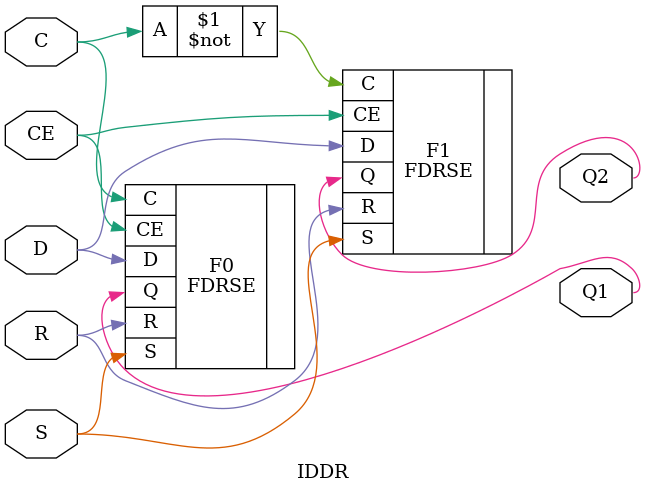
<source format=v>
/**
 * ------------------------------------------------------------
 * Copyright (c) All rights reserved 
 * SiLab, Institute of Physics, University of Bonn
 * ------------------------------------------------------------
 */
`timescale 1ps/1ps
`default_nettype none


module IDDR (
    output wire Q1, Q2, 
    input wire C, CE, D, R, S
);
              
FDRSE F0 (
    .C(C),
    .CE(CE),
    .R(R),
    .D(D),
    .S(S),
    .Q(Q1)
);
defparam F0.INIT = 1'b0;

FDRSE F1 (
    .C(~C),
    .CE(CE),
    .R(R),
    .D(D),
    .S(S),
    .Q(Q2)
);
defparam F1.INIT = "0";

endmodule

</source>
